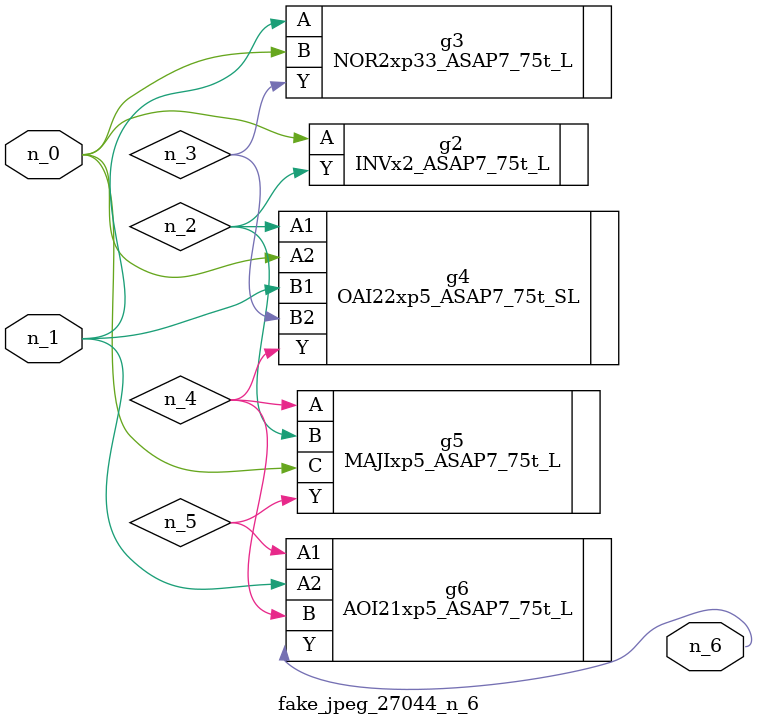
<source format=v>
module fake_jpeg_27044_n_6 (n_0, n_1, n_6);

input n_0;
input n_1;

output n_6;

wire n_3;
wire n_2;
wire n_4;
wire n_5;

INVx2_ASAP7_75t_L g2 ( 
.A(n_0),
.Y(n_2)
);

NOR2xp33_ASAP7_75t_L g3 ( 
.A(n_1),
.B(n_0),
.Y(n_3)
);

OAI22xp5_ASAP7_75t_SL g4 ( 
.A1(n_2),
.A2(n_0),
.B1(n_1),
.B2(n_3),
.Y(n_4)
);

MAJIxp5_ASAP7_75t_L g5 ( 
.A(n_4),
.B(n_2),
.C(n_0),
.Y(n_5)
);

AOI21xp5_ASAP7_75t_L g6 ( 
.A1(n_5),
.A2(n_1),
.B(n_4),
.Y(n_6)
);


endmodule
</source>
